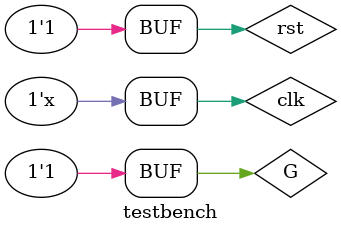
<source format=v>
`timescale 1ns / 1ps


module testbench();

    reg [7:0] A,B;
    reg [2:0] S;
    reg [1:0] O;
    reg C1,clk,G,rst;
    
    wire C2;
    wire [7:0] F;
    
    ALU ALU(
        .O(O),
        .S(S),
        .F(F),
        .A(A),
        .B(B),
        .C1(C1),
        .C2(C2),
        .clk(clk),
        .G(G),
        .rst(rst)
        );
    
    initial
    begin
        A=8'b00000000;
        B=8'b00000000;
        S=3'b000;
        O=2'b00;
        C1=0;clk=0;G=1;
        #0 rst=1;
        #2 rst=0;
        #4 rst=1;
    end
    
    always #5
        clk=~clk;
    
    always @(posedge clk)
        {O,S,C1,A,B}={O,S,C1,A,B}+1;
endmodule

</source>
